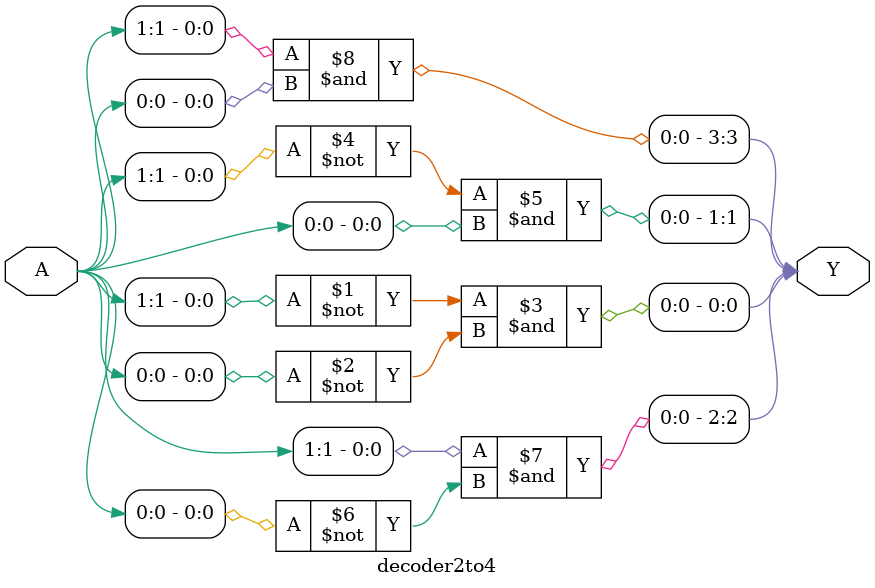
<source format=v>
module decoder2to4 (
    input  [1:0] A,    
    output [3:0] Y     
);
    assign Y[0] = (~A[1] & ~A[0]);
    assign Y[1] = (~A[1] &  A[0]);
    assign Y[2] = ( A[1] & ~A[0]);
    assign Y[3] = ( A[1] &  A[0]);
endmodule


</source>
